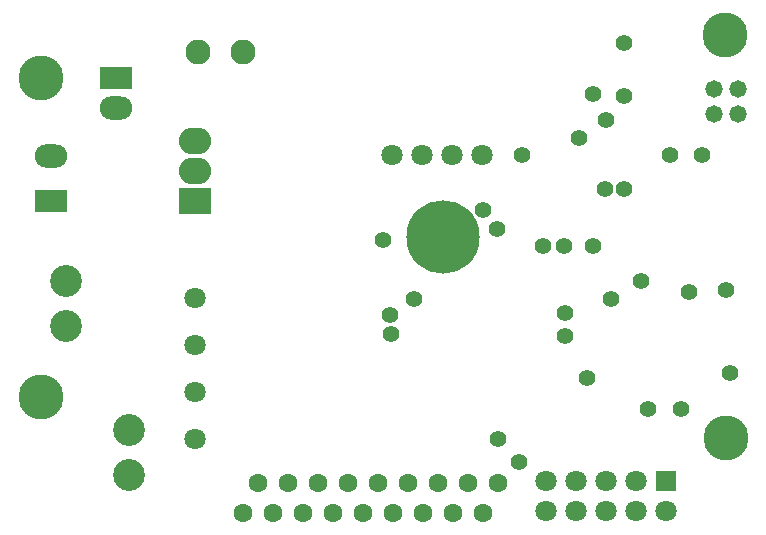
<source format=gbs>
G04*
G04 #@! TF.GenerationSoftware,Altium Limited,Altium Designer,18.1.6 (161)*
G04*
G04 Layer_Color=16711935*
%FSTAX24Y24*%
%MOIN*%
G70*
G01*
G75*
%ADD51R,0.1080X0.0880*%
%ADD52O,0.1080X0.0880*%
%ADD53R,0.1080X0.0780*%
%ADD54O,0.1080X0.0780*%
%ADD55C,0.1064*%
%ADD56C,0.0631*%
%ADD57C,0.0830*%
%ADD58R,0.0710X0.0710*%
%ADD59C,0.0710*%
%ADD60C,0.0580*%
%ADD61C,0.0552*%
%ADD62C,0.1497*%
%ADD63C,0.2442*%
D51*
X034385Y029988D02*
D03*
D52*
Y030988D02*
D03*
Y031988D02*
D03*
D53*
X03175Y0341D02*
D03*
X029588Y029988D02*
D03*
D54*
X03175Y0331D02*
D03*
X029588Y031488D02*
D03*
D55*
X03008Y027331D02*
D03*
X0301Y025831D02*
D03*
X03218Y022376D02*
D03*
X0322Y020876D02*
D03*
D56*
X036Y0196D02*
D03*
X037D02*
D03*
X038D02*
D03*
X039D02*
D03*
X04D02*
D03*
X041D02*
D03*
X042D02*
D03*
X043D02*
D03*
X044D02*
D03*
X0445Y0206D02*
D03*
X0435D02*
D03*
X0425D02*
D03*
X0415D02*
D03*
X0405D02*
D03*
X0395D02*
D03*
X0385D02*
D03*
X0375D02*
D03*
X0365D02*
D03*
D57*
X036Y03495D02*
D03*
X0345D02*
D03*
D58*
X0501Y02065D02*
D03*
D59*
X0491D02*
D03*
X0481D02*
D03*
X0471D02*
D03*
X0461D02*
D03*
Y01965D02*
D03*
X0471D02*
D03*
X0481D02*
D03*
X0491D02*
D03*
X0501D02*
D03*
X040964Y031519D02*
D03*
X041964D02*
D03*
X042964D02*
D03*
X043964D02*
D03*
X034385Y022049D02*
D03*
Y023624D02*
D03*
Y025199D02*
D03*
Y026774D02*
D03*
D60*
X052493Y032906D02*
D03*
X051686D02*
D03*
X052493Y033724D02*
D03*
X051686D02*
D03*
D61*
X048683Y035246D02*
D03*
X047473Y0241D02*
D03*
X05222Y024263D02*
D03*
X049255Y02732D02*
D03*
X0513Y031519D02*
D03*
X050216D02*
D03*
X040649Y028684D02*
D03*
X05208Y027015D02*
D03*
X04671Y02625D02*
D03*
X0472Y0321D02*
D03*
X04529Y031543D02*
D03*
X044462Y029071D02*
D03*
X044Y0297D02*
D03*
X04765Y028509D02*
D03*
X045987D02*
D03*
X046696D02*
D03*
X04765Y03355D02*
D03*
X040895Y026185D02*
D03*
X04671Y0255D02*
D03*
X041686Y026737D02*
D03*
X048246Y026736D02*
D03*
X040928Y02555D02*
D03*
X0481Y032679D02*
D03*
X0487Y0335D02*
D03*
X048706Y030387D02*
D03*
X04805Y030394D02*
D03*
X05085Y026951D02*
D03*
X0506Y02305D02*
D03*
X0495D02*
D03*
X0445Y022049D02*
D03*
X045178Y0213D02*
D03*
D62*
X02925Y0341D02*
D03*
Y02345D02*
D03*
X05208Y022104D02*
D03*
X052059Y035516D02*
D03*
D63*
X04265Y0288D02*
D03*
M02*

</source>
